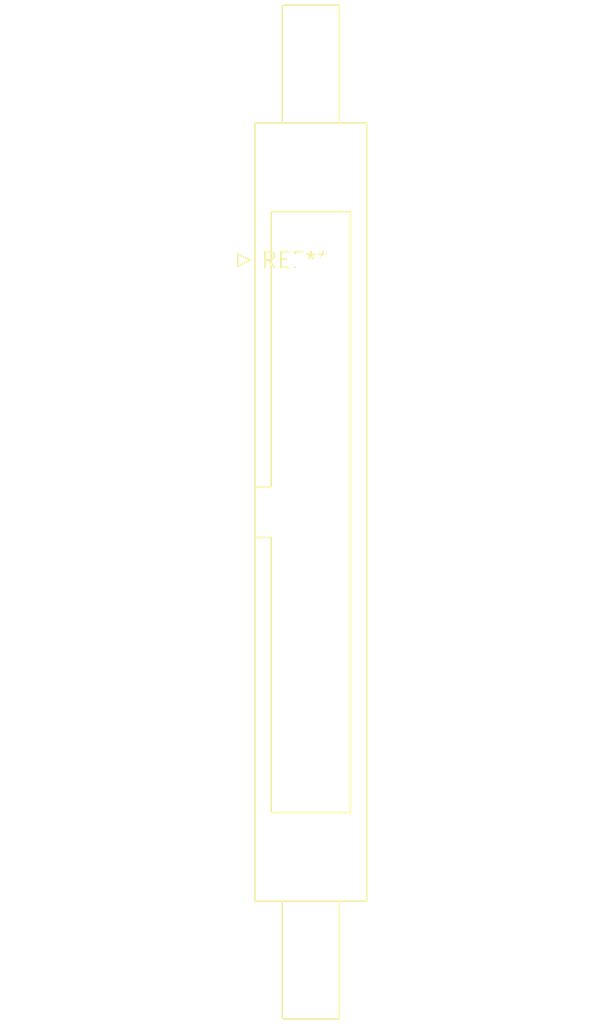
<source format=kicad_pcb>
(kicad_pcb (version 20240108) (generator pcbnew)
  (layers (0 "F.Cu" signal) (31 "B.Cu" signal) (34 "B.Paste" user) (35 "F.Paste" user) (36 "B.SilkS" user "B.Silkscreen") (37 "F.SilkS" user "F.Silkscreen") (38 "B.Mask" user) (39 "F.Mask" user) (44 "Edge.Cuts" user))
  (net 0 "")
  (footprint "IDC-Header_2x17_P2.54mm_Latch9.5mm_Vertical" (layer "F.Cu") (at 0 0)
    (property "Reference" "REF**")
    (property "Value" "IDC-Header_2x17_P2.54mm_Latch9.5mm_Vertical")
    (fp_line (start -4.63 -0.5) (end -4.63 0.5) (layer "F.SilkS") (stroke (width 0.12)))
    (fp_line (start -4.63 0.5) (end -3.63 0) (layer "F.SilkS") (stroke (width 0.12)))
    (fp_line (start -3.63 0) (end -4.63 -0.5) (layer "F.SilkS") (stroke (width 0.12)))
    (fp_line (start -3.24 -11.08) (end 5.78 -11.08) (layer "F.SilkS") (stroke (width 0.12)))
    (fp_line (start -3.24 18.27) (end -1.93 18.27) (layer "F.SilkS") (stroke (width 0.12)))
    (fp_line (start -3.24 51.72) (end -3.24 -11.08) (layer "F.SilkS") (stroke (width 0.12)))
    (fp_line (start -1.93 -3.92) (end 4.47 -3.92) (layer "F.SilkS") (stroke (width 0.12)))
    (fp_line (start -1.93 18.27) (end -1.93 -3.92) (layer "F.SilkS") (stroke (width 0.12)))
    (fp_line (start -1.93 22.37) (end -3.24 22.37) (layer "F.SilkS") (stroke (width 0.12)))
    (fp_line (start -1.93 22.37) (end -1.93 22.37) (layer "F.SilkS") (stroke (width 0.12)))
    (fp_line (start -1.93 44.56) (end -1.93 22.37) (layer "F.SilkS") (stroke (width 0.12)))
    (fp_line (start -1.04 -20.58) (end 3.58 -20.58) (layer "F.SilkS") (stroke (width 0.12)))
    (fp_line (start -1.04 -11.08) (end -1.04 -20.58) (layer "F.SilkS") (stroke (width 0.12)))
    (fp_line (start -1.04 51.72) (end -1.04 61.22) (layer "F.SilkS") (stroke (width 0.12)))
    (fp_line (start -1.04 61.22) (end 3.58 61.22) (layer "F.SilkS") (stroke (width 0.12)))
    (fp_line (start 3.58 -20.58) (end 3.58 -11.08) (layer "F.SilkS") (stroke (width 0.12)))
    (fp_line (start 3.58 61.22) (end 3.58 51.72) (layer "F.SilkS") (stroke (width 0.12)))
    (fp_line (start 4.47 -3.92) (end 4.47 44.56) (layer "F.SilkS") (stroke (width 0.12)))
    (fp_line (start 4.47 44.56) (end -1.93 44.56) (layer "F.SilkS") (stroke (width 0.12)))
    (fp_line (start 5.78 -11.08) (end 5.78 51.72) (layer "F.SilkS") (stroke (width 0.12)))
    (fp_line (start 5.78 51.72) (end -3.24 51.72) (layer "F.SilkS") (stroke (width 0.12)))
    (pad "1" thru_hole roundrect (at 0 0) (size 1.7 1.7) (drill 1) (layers *.Cu *.Mask) (remove_unused_layers) (roundrect_rratio 0.147059))
    (pad "2" thru_hole circle (at 2.54 0) (size 1.7 1.7) (drill 1) (layers *.Cu *.Mask) (remove_unused_layers))
    (pad "3" thru_hole circle (at 0 2.54) (size 1.7 1.7) (drill 1) (layers *.Cu *.Mask) (remove_unused_layers))
    (pad "4" thru_hole circle (at 2.54 2.54) (size 1.7 1.7) (drill 1) (layers *.Cu *.Mask) (remove_unused_layers))
    (pad "5" thru_hole circle (at 0 5.08) (size 1.7 1.7) (drill 1) (layers *.Cu *.Mask) (remove_unused_layers))
    (pad "6" thru_hole circle (at 2.54 5.08) (size 1.7 1.7) (drill 1) (layers *.Cu *.Mask) (remove_unused_layers))
    (pad "7" thru_hole circle (at 0 7.62) (size 1.7 1.7) (drill 1) (layers *.Cu *.Mask) (remove_unused_layers))
    (pad "8" thru_hole circle (at 2.54 7.62) (size 1.7 1.7) (drill 1) (layers *.Cu *.Mask) (remove_unused_layers))
    (pad "9" thru_hole circle (at 0 10.16) (size 1.7 1.7) (drill 1) (layers *.Cu *.Mask) (remove_unused_layers))
    (pad "10" thru_hole circle (at 2.54 10.16) (size 1.7 1.7) (drill 1) (layers *.Cu *.Mask) (remove_unused_layers))
    (pad "11" thru_hole circle (at 0 12.7) (size 1.7 1.7) (drill 1) (layers *.Cu *.Mask) (remove_unused_layers))
    (pad "12" thru_hole circle (at 2.54 12.7) (size 1.7 1.7) (drill 1) (layers *.Cu *.Mask) (remove_unused_layers))
    (pad "13" thru_hole circle (at 0 15.24) (size 1.7 1.7) (drill 1) (layers *.Cu *.Mask) (remove_unused_layers))
    (pad "14" thru_hole circle (at 2.54 15.24) (size 1.7 1.7) (drill 1) (layers *.Cu *.Mask) (remove_unused_layers))
    (pad "15" thru_hole circle (at 0 17.78) (size 1.7 1.7) (drill 1) (layers *.Cu *.Mask) (remove_unused_layers))
    (pad "16" thru_hole circle (at 2.54 17.78) (size 1.7 1.7) (drill 1) (layers *.Cu *.Mask) (remove_unused_layers))
    (pad "17" thru_hole circle (at 0 20.32) (size 1.7 1.7) (drill 1) (layers *.Cu *.Mask) (remove_unused_layers))
    (pad "18" thru_hole circle (at 2.54 20.32) (size 1.7 1.7) (drill 1) (layers *.Cu *.Mask) (remove_unused_layers))
    (pad "19" thru_hole circle (at 0 22.86) (size 1.7 1.7) (drill 1) (layers *.Cu *.Mask) (remove_unused_layers))
    (pad "20" thru_hole circle (at 2.54 22.86) (size 1.7 1.7) (drill 1) (layers *.Cu *.Mask) (remove_unused_layers))
    (pad "21" thru_hole circle (at 0 25.4) (size 1.7 1.7) (drill 1) (layers *.Cu *.Mask) (remove_unused_layers))
    (pad "22" thru_hole circle (at 2.54 25.4) (size 1.7 1.7) (drill 1) (layers *.Cu *.Mask) (remove_unused_layers))
    (pad "23" thru_hole circle (at 0 27.94) (size 1.7 1.7) (drill 1) (layers *.Cu *.Mask) (remove_unused_layers))
    (pad "24" thru_hole circle (at 2.54 27.94) (size 1.7 1.7) (drill 1) (layers *.Cu *.Mask) (remove_unused_layers))
    (pad "25" thru_hole circle (at 0 30.48) (size 1.7 1.7) (drill 1) (layers *.Cu *.Mask) (remove_unused_layers))
    (pad "26" thru_hole circle (at 2.54 30.48) (size 1.7 1.7) (drill 1) (layers *.Cu *.Mask) (remove_unused_layers))
    (pad "27" thru_hole circle (at 0 33.02) (size 1.7 1.7) (drill 1) (layers *.Cu *.Mask) (remove_unused_layers))
    (pad "28" thru_hole circle (at 2.54 33.02) (size 1.7 1.7) (drill 1) (layers *.Cu *.Mask) (remove_unused_layers))
    (pad "29" thru_hole circle (at 0 35.56) (size 1.7 1.7) (drill 1) (layers *.Cu *.Mask) (remove_unused_layers))
    (pad "30" thru_hole circle (at 2.54 35.56) (size 1.7 1.7) (drill 1) (layers *.Cu *.Mask) (remove_unused_layers))
    (pad "31" thru_hole circle (at 0 38.1) (size 1.7 1.7) (drill 1) (layers *.Cu *.Mask) (remove_unused_layers))
    (pad "32" thru_hole circle (at 2.54 38.1) (size 1.7 1.7) (drill 1) (layers *.Cu *.Mask) (remove_unused_layers))
    (pad "33" thru_hole circle (at 0 40.64) (size 1.7 1.7) (drill 1) (layers *.Cu *.Mask) (remove_unused_layers))
    (pad "34" thru_hole circle (at 2.54 40.64) (size 1.7 1.7) (drill 1) (layers *.Cu *.Mask) (remove_unused_layers))
  )
)
</source>
